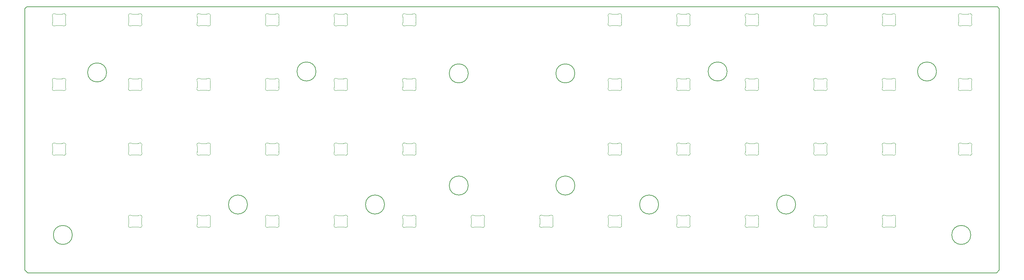
<source format=gbr>
%TF.GenerationSoftware,KiCad,Pcbnew,(6.0.7)*%
%TF.CreationDate,2022-09-18T11:37:26+07:00*%
%TF.ProjectId,Naked48,4e616b65-6434-4382-9e6b-696361645f70,rev?*%
%TF.SameCoordinates,Original*%
%TF.FileFunction,Profile,NP*%
%FSLAX46Y46*%
G04 Gerber Fmt 4.6, Leading zero omitted, Abs format (unit mm)*
G04 Created by KiCad (PCBNEW (6.0.7)) date 2022-09-18 11:37:26*
%MOMM*%
%LPD*%
G01*
G04 APERTURE LIST*
%TA.AperFunction,Profile*%
%ADD10C,0.200000*%
%TD*%
%TA.AperFunction,Profile*%
%ADD11C,0.100000*%
%TD*%
G04 APERTURE END LIST*
D10*
X159500034Y-36080000D02*
G75*
G03*
X159500034Y-36080000I-2500000J0D01*
G01*
X159500034Y-65580000D02*
G75*
G03*
X159500034Y-65580000I-2500000J0D01*
G01*
X15499999Y-18580000D02*
X270500000Y-18580000D01*
X270500000Y-18580000D02*
X271000000Y-19080000D01*
X131499999Y-65580000D02*
G75*
G03*
X131499999Y-65580000I-2500000J0D01*
G01*
X131499999Y-36080000D02*
G75*
G03*
X131499999Y-36080000I-2500000J0D01*
G01*
X217500000Y-70580000D02*
G75*
G03*
X217500000Y-70580000I-2500000J0D01*
G01*
X271000000Y-87830000D02*
X270250000Y-88580000D01*
X15000000Y-19080000D02*
X15499999Y-18580000D01*
X15750000Y-88580000D02*
X15000000Y-87830000D01*
X36500000Y-35830000D02*
G75*
G03*
X36500000Y-35830000I-2500000J0D01*
G01*
X109500000Y-70580000D02*
G75*
G03*
X109500000Y-70580000I-2500000J0D01*
G01*
X199500000Y-35580000D02*
G75*
G03*
X199500000Y-35580000I-2500000J0D01*
G01*
X73500000Y-70580000D02*
G75*
G03*
X73500000Y-70580000I-2500000J0D01*
G01*
X267250000Y-88580000D02*
X15750000Y-88580000D01*
X271000000Y-19080000D02*
X271000000Y-87830000D01*
X181500000Y-70580000D02*
G75*
G03*
X181500000Y-70580000I-2500000J0D01*
G01*
X254500000Y-35580000D02*
G75*
G03*
X254500000Y-35580000I-2500000J0D01*
G01*
X263500000Y-78580000D02*
G75*
G03*
X263500000Y-78580000I-2500000J0D01*
G01*
X91499999Y-35580000D02*
G75*
G03*
X91499999Y-35580000I-2499999J0D01*
G01*
X15000000Y-87830000D02*
X15000000Y-19080000D01*
X270250000Y-88580000D02*
X267250000Y-88580000D01*
X27500000Y-78580000D02*
G75*
G03*
X27500000Y-78580000I-2500000J0D01*
G01*
D11*
%TO.C,RGB1*%
X25699999Y-21297159D02*
X25699999Y-22702843D01*
X23205548Y-20500001D02*
X24794452Y-20500001D01*
X24794452Y-23500000D02*
X23205547Y-23500000D01*
X22300001Y-22702843D02*
X22300001Y-21297159D01*
X22300015Y-21297159D02*
G75*
G03*
X22250516Y-21080281I-499615J59D01*
G01*
X22953289Y-20431702D02*
G75*
G03*
X23205548Y-20500001I252261J431712D01*
G01*
X22953289Y-20431702D02*
G75*
G03*
X22250516Y-21080282I-252259J-431700D01*
G01*
X22250517Y-22919722D02*
G75*
G03*
X22300001Y-22702844I-450497J216872D01*
G01*
X25046711Y-23568300D02*
G75*
G03*
X25749484Y-22919721I252258J431701D01*
G01*
X25699999Y-22702843D02*
G75*
G03*
X25749484Y-22919721I499990J-2D01*
G01*
X25749484Y-21080281D02*
G75*
G03*
X25699999Y-21297158I450505J-216876D01*
G01*
X25749484Y-21080281D02*
G75*
G03*
X25046711Y-20431704I-450515J216877D01*
G01*
X24794452Y-20500001D02*
G75*
G03*
X25046710Y-20431702I-3J500009D01*
G01*
X22250516Y-22919721D02*
G75*
G03*
X22953289Y-23568299I450514J-216879D01*
G01*
X25046711Y-23568300D02*
G75*
G03*
X24794453Y-23500001I-252261J-431710D01*
G01*
X23205547Y-23500000D02*
G75*
G03*
X22953289Y-23568299I3J-500010D01*
G01*
%TO.C,RGB2*%
X22300001Y-39702843D02*
X22300001Y-38297159D01*
X25699999Y-38297159D02*
X25699999Y-39702843D01*
X23205548Y-37500001D02*
X24794452Y-37500001D01*
X24794452Y-40500000D02*
X23205547Y-40500000D01*
X25749484Y-38080281D02*
G75*
G03*
X25046711Y-37431704I-450515J216877D01*
G01*
X25749484Y-38080281D02*
G75*
G03*
X25699999Y-38297158I450505J-216876D01*
G01*
X22953289Y-37431702D02*
G75*
G03*
X22250516Y-38080282I-252259J-431700D01*
G01*
X22250517Y-39919722D02*
G75*
G03*
X22300001Y-39702844I-450497J216872D01*
G01*
X25046711Y-40568300D02*
G75*
G03*
X24794453Y-40500001I-252261J-431710D01*
G01*
X24794452Y-37500001D02*
G75*
G03*
X25046710Y-37431702I-3J500009D01*
G01*
X22250516Y-39919721D02*
G75*
G03*
X22953289Y-40568299I450514J-216879D01*
G01*
X22953289Y-37431702D02*
G75*
G03*
X23205548Y-37500001I252261J431712D01*
G01*
X25046711Y-40568300D02*
G75*
G03*
X25749484Y-39919721I252258J431701D01*
G01*
X22300015Y-38297159D02*
G75*
G03*
X22250516Y-38080281I-499615J59D01*
G01*
X23205547Y-40500000D02*
G75*
G03*
X22953289Y-40568299I3J-500010D01*
G01*
X25699999Y-39702843D02*
G75*
G03*
X25749484Y-39919721I499990J-2D01*
G01*
%TO.C,RGB3*%
X24794452Y-57500000D02*
X23205547Y-57500000D01*
X25699999Y-55297159D02*
X25699999Y-56702843D01*
X23205548Y-54500001D02*
X24794452Y-54500001D01*
X22300001Y-56702843D02*
X22300001Y-55297159D01*
X25699999Y-56702843D02*
G75*
G03*
X25749484Y-56919721I499990J-2D01*
G01*
X23205547Y-57500000D02*
G75*
G03*
X22953289Y-57568299I3J-500010D01*
G01*
X22300015Y-55297159D02*
G75*
G03*
X22250516Y-55080281I-499615J59D01*
G01*
X25046711Y-57568300D02*
G75*
G03*
X25749484Y-56919721I252258J431701D01*
G01*
X22953289Y-54431702D02*
G75*
G03*
X22250516Y-55080282I-252259J-431700D01*
G01*
X25046711Y-57568300D02*
G75*
G03*
X24794453Y-57500001I-252261J-431710D01*
G01*
X24794452Y-54500001D02*
G75*
G03*
X25046710Y-54431702I-3J500009D01*
G01*
X22250517Y-56919722D02*
G75*
G03*
X22300001Y-56702844I-450497J216872D01*
G01*
X22250516Y-56919721D02*
G75*
G03*
X22953289Y-57568299I450514J-216879D01*
G01*
X25749484Y-55080281D02*
G75*
G03*
X25699999Y-55297158I450505J-216876D01*
G01*
X25749484Y-55080281D02*
G75*
G03*
X25046711Y-54431704I-450515J216877D01*
G01*
X22953289Y-54431702D02*
G75*
G03*
X23205548Y-54500001I252261J431712D01*
G01*
%TO.C,RGB4*%
X42300001Y-75702843D02*
X42300001Y-74297159D01*
X44794452Y-76500000D02*
X43205547Y-76500000D01*
X45699999Y-74297159D02*
X45699999Y-75702843D01*
X43205548Y-73500001D02*
X44794452Y-73500001D01*
X44794452Y-73500001D02*
G75*
G03*
X45046710Y-73431702I-3J500009D01*
G01*
X43205547Y-76500000D02*
G75*
G03*
X42953289Y-76568299I3J-500010D01*
G01*
X45046711Y-76568300D02*
G75*
G03*
X45749484Y-75919721I252258J431701D01*
G01*
X45046711Y-76568300D02*
G75*
G03*
X44794453Y-76500001I-252261J-431710D01*
G01*
X42953289Y-73431702D02*
G75*
G03*
X42250516Y-74080282I-252259J-431700D01*
G01*
X45749484Y-74080281D02*
G75*
G03*
X45699999Y-74297158I450505J-216876D01*
G01*
X45699999Y-75702843D02*
G75*
G03*
X45749484Y-75919721I499990J-2D01*
G01*
X42250517Y-75919722D02*
G75*
G03*
X42300001Y-75702844I-450497J216872D01*
G01*
X45749484Y-74080281D02*
G75*
G03*
X45046711Y-73431704I-450515J216877D01*
G01*
X42250516Y-75919721D02*
G75*
G03*
X42953289Y-76568299I450514J-216879D01*
G01*
X42300015Y-74297159D02*
G75*
G03*
X42250516Y-74080281I-499615J59D01*
G01*
X42953289Y-73431702D02*
G75*
G03*
X43205548Y-73500001I252261J431712D01*
G01*
%TO.C,RGB5*%
X61205548Y-73500001D02*
X62794452Y-73500001D01*
X63699999Y-74297159D02*
X63699999Y-75702843D01*
X60300001Y-75702843D02*
X60300001Y-74297159D01*
X62794452Y-76500000D02*
X61205547Y-76500000D01*
X60250517Y-75919722D02*
G75*
G03*
X60300001Y-75702844I-450497J216872D01*
G01*
X60953289Y-73431702D02*
G75*
G03*
X61205548Y-73500001I252261J431712D01*
G01*
X62794452Y-73500001D02*
G75*
G03*
X63046710Y-73431702I-3J500009D01*
G01*
X63749484Y-74080281D02*
G75*
G03*
X63699999Y-74297158I450505J-216876D01*
G01*
X63699999Y-75702843D02*
G75*
G03*
X63749484Y-75919721I499990J-2D01*
G01*
X61205547Y-76500000D02*
G75*
G03*
X60953289Y-76568299I3J-500010D01*
G01*
X60953289Y-73431702D02*
G75*
G03*
X60250516Y-74080282I-252259J-431700D01*
G01*
X60250516Y-75919721D02*
G75*
G03*
X60953289Y-76568299I450514J-216879D01*
G01*
X63046711Y-76568300D02*
G75*
G03*
X62794453Y-76500001I-252261J-431710D01*
G01*
X60300015Y-74297159D02*
G75*
G03*
X60250516Y-74080281I-499615J59D01*
G01*
X63749484Y-74080281D02*
G75*
G03*
X63046711Y-73431704I-450515J216877D01*
G01*
X63046711Y-76568300D02*
G75*
G03*
X63749484Y-75919721I252258J431701D01*
G01*
%TO.C,RGB6*%
X78300001Y-75702843D02*
X78300001Y-74297159D01*
X80794452Y-76500000D02*
X79205547Y-76500000D01*
X81699999Y-74297159D02*
X81699999Y-75702843D01*
X79205548Y-73500001D02*
X80794452Y-73500001D01*
X78250517Y-75919722D02*
G75*
G03*
X78300001Y-75702844I-450497J216872D01*
G01*
X79205547Y-76500000D02*
G75*
G03*
X78953289Y-76568299I3J-500010D01*
G01*
X81749484Y-74080281D02*
G75*
G03*
X81046711Y-73431704I-450515J216877D01*
G01*
X81046711Y-76568300D02*
G75*
G03*
X81749484Y-75919721I252258J431701D01*
G01*
X78953289Y-73431702D02*
G75*
G03*
X79205548Y-73500001I252261J431712D01*
G01*
X80794452Y-73500001D02*
G75*
G03*
X81046710Y-73431702I-3J500009D01*
G01*
X78953289Y-73431702D02*
G75*
G03*
X78250516Y-74080282I-252259J-431700D01*
G01*
X78300015Y-74297159D02*
G75*
G03*
X78250516Y-74080281I-499615J59D01*
G01*
X81699999Y-75702843D02*
G75*
G03*
X81749484Y-75919721I499990J-2D01*
G01*
X78250516Y-75919721D02*
G75*
G03*
X78953289Y-76568299I450514J-216879D01*
G01*
X81749484Y-74080281D02*
G75*
G03*
X81699999Y-74297158I450505J-216876D01*
G01*
X81046711Y-76568300D02*
G75*
G03*
X80794453Y-76500001I-252261J-431710D01*
G01*
%TO.C,RGB7*%
X99699999Y-74297159D02*
X99699999Y-75702843D01*
X97205548Y-73500001D02*
X98794452Y-73500001D01*
X98794452Y-76500000D02*
X97205547Y-76500000D01*
X96300001Y-75702843D02*
X96300001Y-74297159D01*
X96953289Y-73431702D02*
G75*
G03*
X96250516Y-74080282I-252259J-431700D01*
G01*
X99046711Y-76568300D02*
G75*
G03*
X99749484Y-75919721I252258J431701D01*
G01*
X96250516Y-75919721D02*
G75*
G03*
X96953289Y-76568299I450514J-216879D01*
G01*
X96300015Y-74297159D02*
G75*
G03*
X96250516Y-74080281I-499615J59D01*
G01*
X96953289Y-73431702D02*
G75*
G03*
X97205548Y-73500001I252261J431712D01*
G01*
X99046711Y-76568300D02*
G75*
G03*
X98794453Y-76500001I-252261J-431710D01*
G01*
X99749484Y-74080281D02*
G75*
G03*
X99699999Y-74297158I450505J-216876D01*
G01*
X98794452Y-73500001D02*
G75*
G03*
X99046710Y-73431702I-3J500009D01*
G01*
X96250517Y-75919722D02*
G75*
G03*
X96300001Y-75702844I-450497J216872D01*
G01*
X97205547Y-76500000D02*
G75*
G03*
X96953289Y-76568299I3J-500010D01*
G01*
X99699999Y-75702843D02*
G75*
G03*
X99749484Y-75919721I499990J-2D01*
G01*
X99749484Y-74080281D02*
G75*
G03*
X99046711Y-73431704I-450515J216877D01*
G01*
%TO.C,RGB8*%
X117699999Y-74297159D02*
X117699999Y-75702843D01*
X114300001Y-75702843D02*
X114300001Y-74297159D01*
X115205548Y-73500001D02*
X116794452Y-73500001D01*
X116794452Y-76500000D02*
X115205547Y-76500000D01*
X115205547Y-76500000D02*
G75*
G03*
X114953289Y-76568299I3J-500010D01*
G01*
X116794452Y-73500001D02*
G75*
G03*
X117046710Y-73431702I-3J500009D01*
G01*
X114300015Y-74297159D02*
G75*
G03*
X114250516Y-74080281I-499615J59D01*
G01*
X117046711Y-76568300D02*
G75*
G03*
X117749484Y-75919721I252258J431701D01*
G01*
X114250517Y-75919722D02*
G75*
G03*
X114300001Y-75702844I-450497J216872D01*
G01*
X114953289Y-73431702D02*
G75*
G03*
X115205548Y-73500001I252261J431712D01*
G01*
X117046711Y-76568300D02*
G75*
G03*
X116794453Y-76500001I-252261J-431710D01*
G01*
X117699999Y-75702843D02*
G75*
G03*
X117749484Y-75919721I499990J-2D01*
G01*
X114250516Y-75919721D02*
G75*
G03*
X114953289Y-76568299I450514J-216879D01*
G01*
X117749484Y-74080281D02*
G75*
G03*
X117699999Y-74297158I450505J-216876D01*
G01*
X114953289Y-73431702D02*
G75*
G03*
X114250516Y-74080282I-252259J-431700D01*
G01*
X117749484Y-74080281D02*
G75*
G03*
X117046711Y-73431704I-450515J216877D01*
G01*
%TO.C,RGB36*%
X43205548Y-37500001D02*
X44794452Y-37500001D01*
X42300001Y-39702843D02*
X42300001Y-38297159D01*
X44794452Y-40500000D02*
X43205547Y-40500000D01*
X45699999Y-38297159D02*
X45699999Y-39702843D01*
X42250517Y-39919722D02*
G75*
G03*
X42300001Y-39702844I-450497J216872D01*
G01*
X42953289Y-37431702D02*
G75*
G03*
X43205548Y-37500001I252261J431712D01*
G01*
X43205547Y-40500000D02*
G75*
G03*
X42953289Y-40568299I3J-500010D01*
G01*
X45749484Y-38080281D02*
G75*
G03*
X45699999Y-38297158I450505J-216876D01*
G01*
X45749484Y-38080281D02*
G75*
G03*
X45046711Y-37431704I-450515J216877D01*
G01*
X45699999Y-39702843D02*
G75*
G03*
X45749484Y-39919721I499990J-2D01*
G01*
X45046711Y-40568300D02*
G75*
G03*
X44794453Y-40500001I-252261J-431710D01*
G01*
X42300015Y-38297159D02*
G75*
G03*
X42250516Y-38080281I-499615J59D01*
G01*
X45046711Y-40568300D02*
G75*
G03*
X45749484Y-39919721I252258J431701D01*
G01*
X44794452Y-37500001D02*
G75*
G03*
X45046710Y-37431702I-3J500009D01*
G01*
X42250516Y-39919721D02*
G75*
G03*
X42953289Y-40568299I450514J-216879D01*
G01*
X42953289Y-37431702D02*
G75*
G03*
X42250516Y-38080282I-252259J-431700D01*
G01*
%TO.C,RGB38*%
X44794452Y-57500000D02*
X43205547Y-57500000D01*
X43205548Y-54500001D02*
X44794452Y-54500001D01*
X42300001Y-56702843D02*
X42300001Y-55297159D01*
X45699999Y-55297159D02*
X45699999Y-56702843D01*
X43205547Y-57500000D02*
G75*
G03*
X42953289Y-57568299I3J-500010D01*
G01*
X45699999Y-56702843D02*
G75*
G03*
X45749484Y-56919721I499990J-2D01*
G01*
X45749484Y-55080281D02*
G75*
G03*
X45046711Y-54431704I-450515J216877D01*
G01*
X42953289Y-54431702D02*
G75*
G03*
X43205548Y-54500001I252261J431712D01*
G01*
X42953289Y-54431702D02*
G75*
G03*
X42250516Y-55080282I-252259J-431700D01*
G01*
X42250516Y-56919721D02*
G75*
G03*
X42953289Y-57568299I450514J-216879D01*
G01*
X45749484Y-55080281D02*
G75*
G03*
X45699999Y-55297158I450505J-216876D01*
G01*
X42300015Y-55297159D02*
G75*
G03*
X42250516Y-55080281I-499615J59D01*
G01*
X42250517Y-56919722D02*
G75*
G03*
X42300001Y-56702844I-450497J216872D01*
G01*
X44794452Y-54500001D02*
G75*
G03*
X45046710Y-54431702I-3J500009D01*
G01*
X45046711Y-57568300D02*
G75*
G03*
X44794453Y-57500001I-252261J-431710D01*
G01*
X45046711Y-57568300D02*
G75*
G03*
X45749484Y-56919721I252258J431701D01*
G01*
%TO.C,RGB9*%
X263699999Y-55297159D02*
X263699999Y-56702843D01*
X261205548Y-54500001D02*
X262794452Y-54500001D01*
X260300001Y-56702843D02*
X260300001Y-55297159D01*
X262794452Y-57500000D02*
X261205547Y-57500000D01*
X263749484Y-55080281D02*
G75*
G03*
X263046711Y-54431704I-450515J216877D01*
G01*
X260953289Y-54431702D02*
G75*
G03*
X261205548Y-54500001I252261J431712D01*
G01*
X263749484Y-55080281D02*
G75*
G03*
X263699999Y-55297158I450505J-216876D01*
G01*
X260300015Y-55297159D02*
G75*
G03*
X260250516Y-55080281I-499615J59D01*
G01*
X263046711Y-57568300D02*
G75*
G03*
X263749484Y-56919721I252258J431701D01*
G01*
X260250517Y-56919722D02*
G75*
G03*
X260300001Y-56702844I-450497J216872D01*
G01*
X262794452Y-54500001D02*
G75*
G03*
X263046710Y-54431702I-3J500009D01*
G01*
X263699999Y-56702843D02*
G75*
G03*
X263749484Y-56919721I499990J-2D01*
G01*
X260250516Y-56919721D02*
G75*
G03*
X260953289Y-57568299I450514J-216879D01*
G01*
X260953289Y-54431702D02*
G75*
G03*
X260250516Y-55080282I-252259J-431700D01*
G01*
X261205547Y-57500000D02*
G75*
G03*
X260953289Y-57568299I3J-500010D01*
G01*
X263046711Y-57568300D02*
G75*
G03*
X262794453Y-57500001I-252261J-431710D01*
G01*
%TO.C,RGB10*%
X241205548Y-73500001D02*
X242794452Y-73500001D01*
X240300001Y-75702843D02*
X240300001Y-74297159D01*
X242794452Y-76500000D02*
X241205547Y-76500000D01*
X243699999Y-74297159D02*
X243699999Y-75702843D01*
X243046711Y-76568300D02*
G75*
G03*
X242794453Y-76500001I-252261J-431710D01*
G01*
X242794452Y-73500001D02*
G75*
G03*
X243046710Y-73431702I-3J500009D01*
G01*
X240953289Y-73431702D02*
G75*
G03*
X241205548Y-73500001I252261J431712D01*
G01*
X240250517Y-75919722D02*
G75*
G03*
X240300001Y-75702844I-450497J216872D01*
G01*
X243699999Y-75702843D02*
G75*
G03*
X243749484Y-75919721I499990J-2D01*
G01*
X240953289Y-73431702D02*
G75*
G03*
X240250516Y-74080282I-252259J-431700D01*
G01*
X241205547Y-76500000D02*
G75*
G03*
X240953289Y-76568299I3J-500010D01*
G01*
X243046711Y-76568300D02*
G75*
G03*
X243749484Y-75919721I252258J431701D01*
G01*
X240250516Y-75919721D02*
G75*
G03*
X240953289Y-76568299I450514J-216879D01*
G01*
X243749484Y-74080281D02*
G75*
G03*
X243046711Y-73431704I-450515J216877D01*
G01*
X240300015Y-74297159D02*
G75*
G03*
X240250516Y-74080281I-499615J59D01*
G01*
X243749484Y-74080281D02*
G75*
G03*
X243699999Y-74297158I450505J-216876D01*
G01*
%TO.C,RGB11*%
X223205548Y-73500001D02*
X224794452Y-73500001D01*
X222300001Y-75702843D02*
X222300001Y-74297159D01*
X225699999Y-74297159D02*
X225699999Y-75702843D01*
X224794452Y-76500000D02*
X223205547Y-76500000D01*
X222953289Y-73431702D02*
G75*
G03*
X223205548Y-73500001I252261J431712D01*
G01*
X225699999Y-75702843D02*
G75*
G03*
X225749484Y-75919721I499990J-2D01*
G01*
X225749484Y-74080281D02*
G75*
G03*
X225046711Y-73431704I-450515J216877D01*
G01*
X222953289Y-73431702D02*
G75*
G03*
X222250516Y-74080282I-252259J-431700D01*
G01*
X225749484Y-74080281D02*
G75*
G03*
X225699999Y-74297158I450505J-216876D01*
G01*
X225046711Y-76568300D02*
G75*
G03*
X225749484Y-75919721I252258J431701D01*
G01*
X223205547Y-76500000D02*
G75*
G03*
X222953289Y-76568299I3J-500010D01*
G01*
X222250517Y-75919722D02*
G75*
G03*
X222300001Y-75702844I-450497J216872D01*
G01*
X224794452Y-73500001D02*
G75*
G03*
X225046710Y-73431702I-3J500009D01*
G01*
X222300015Y-74297159D02*
G75*
G03*
X222250516Y-74080281I-499615J59D01*
G01*
X222250516Y-75919721D02*
G75*
G03*
X222953289Y-76568299I450514J-216879D01*
G01*
X225046711Y-76568300D02*
G75*
G03*
X224794453Y-76500001I-252261J-431710D01*
G01*
%TO.C,RGB12*%
X207699999Y-74297159D02*
X207699999Y-75702843D01*
X206794452Y-76500000D02*
X205205547Y-76500000D01*
X204300001Y-75702843D02*
X204300001Y-74297159D01*
X205205548Y-73500001D02*
X206794452Y-73500001D01*
X204953289Y-73431702D02*
G75*
G03*
X205205548Y-73500001I252261J431712D01*
G01*
X207749484Y-74080281D02*
G75*
G03*
X207699999Y-74297158I450505J-216876D01*
G01*
X204300015Y-74297159D02*
G75*
G03*
X204250516Y-74080281I-499615J59D01*
G01*
X204953289Y-73431702D02*
G75*
G03*
X204250516Y-74080282I-252259J-431700D01*
G01*
X206794452Y-73500001D02*
G75*
G03*
X207046710Y-73431702I-3J500009D01*
G01*
X204250516Y-75919721D02*
G75*
G03*
X204953289Y-76568299I450514J-216879D01*
G01*
X207749484Y-74080281D02*
G75*
G03*
X207046711Y-73431704I-450515J216877D01*
G01*
X205205547Y-76500000D02*
G75*
G03*
X204953289Y-76568299I3J-500010D01*
G01*
X207046711Y-76568300D02*
G75*
G03*
X207749484Y-75919721I252258J431701D01*
G01*
X207046711Y-76568300D02*
G75*
G03*
X206794453Y-76500001I-252261J-431710D01*
G01*
X204250517Y-75919722D02*
G75*
G03*
X204300001Y-75702844I-450497J216872D01*
G01*
X207699999Y-75702843D02*
G75*
G03*
X207749484Y-75919721I499990J-2D01*
G01*
%TO.C,RGB13*%
X186300001Y-75702843D02*
X186300001Y-74297159D01*
X189699999Y-74297159D02*
X189699999Y-75702843D01*
X187205548Y-73500001D02*
X188794452Y-73500001D01*
X188794452Y-76500000D02*
X187205547Y-76500000D01*
X189046711Y-76568300D02*
G75*
G03*
X189749484Y-75919721I252258J431701D01*
G01*
X189046711Y-76568300D02*
G75*
G03*
X188794453Y-76500001I-252261J-431710D01*
G01*
X186300015Y-74297159D02*
G75*
G03*
X186250516Y-74080281I-499615J59D01*
G01*
X186250517Y-75919722D02*
G75*
G03*
X186300001Y-75702844I-450497J216872D01*
G01*
X189749484Y-74080281D02*
G75*
G03*
X189046711Y-73431704I-450515J216877D01*
G01*
X189699999Y-75702843D02*
G75*
G03*
X189749484Y-75919721I499990J-2D01*
G01*
X186953289Y-73431702D02*
G75*
G03*
X186250516Y-74080282I-252259J-431700D01*
G01*
X186953289Y-73431702D02*
G75*
G03*
X187205548Y-73500001I252261J431712D01*
G01*
X187205547Y-76500000D02*
G75*
G03*
X186953289Y-76568299I3J-500010D01*
G01*
X188794452Y-73500001D02*
G75*
G03*
X189046710Y-73431702I-3J500009D01*
G01*
X186250516Y-75919721D02*
G75*
G03*
X186953289Y-76568299I450514J-216879D01*
G01*
X189749484Y-74080281D02*
G75*
G03*
X189699999Y-74297158I450505J-216876D01*
G01*
%TO.C,RGB14*%
X169205548Y-73500001D02*
X170794452Y-73500001D01*
X171699999Y-74297159D02*
X171699999Y-75702843D01*
X170794452Y-76500000D02*
X169205547Y-76500000D01*
X168300001Y-75702843D02*
X168300001Y-74297159D01*
X171699999Y-75702843D02*
G75*
G03*
X171749484Y-75919721I499990J-2D01*
G01*
X171046711Y-76568300D02*
G75*
G03*
X170794453Y-76500001I-252261J-431710D01*
G01*
X168250516Y-75919721D02*
G75*
G03*
X168953289Y-76568299I450514J-216879D01*
G01*
X169205547Y-76500000D02*
G75*
G03*
X168953289Y-76568299I3J-500010D01*
G01*
X171749484Y-74080281D02*
G75*
G03*
X171046711Y-73431704I-450515J216877D01*
G01*
X171749484Y-74080281D02*
G75*
G03*
X171699999Y-74297158I450505J-216876D01*
G01*
X168953289Y-73431702D02*
G75*
G03*
X168250516Y-74080282I-252259J-431700D01*
G01*
X168953289Y-73431702D02*
G75*
G03*
X169205548Y-73500001I252261J431712D01*
G01*
X171046711Y-76568300D02*
G75*
G03*
X171749484Y-75919721I252258J431701D01*
G01*
X170794452Y-73500001D02*
G75*
G03*
X171046710Y-73431702I-3J500009D01*
G01*
X168300015Y-74297159D02*
G75*
G03*
X168250516Y-74080281I-499615J59D01*
G01*
X168250517Y-75919722D02*
G75*
G03*
X168300001Y-75702844I-450497J216872D01*
G01*
%TO.C,RGB15*%
X152794452Y-76500000D02*
X151205547Y-76500000D01*
X153699999Y-74297159D02*
X153699999Y-75702843D01*
X150300001Y-75702843D02*
X150300001Y-74297159D01*
X151205548Y-73500001D02*
X152794452Y-73500001D01*
X150300015Y-74297159D02*
G75*
G03*
X150250516Y-74080281I-499615J59D01*
G01*
X153046711Y-76568300D02*
G75*
G03*
X152794453Y-76500001I-252261J-431710D01*
G01*
X150953289Y-73431702D02*
G75*
G03*
X151205548Y-73500001I252261J431712D01*
G01*
X153749484Y-74080281D02*
G75*
G03*
X153699999Y-74297158I450505J-216876D01*
G01*
X150250517Y-75919722D02*
G75*
G03*
X150300001Y-75702844I-450497J216872D01*
G01*
X150250516Y-75919721D02*
G75*
G03*
X150953289Y-76568299I450514J-216879D01*
G01*
X153749484Y-74080281D02*
G75*
G03*
X153046711Y-73431704I-450515J216877D01*
G01*
X150953289Y-73431702D02*
G75*
G03*
X150250516Y-74080282I-252259J-431700D01*
G01*
X151205547Y-76500000D02*
G75*
G03*
X150953289Y-76568299I3J-500010D01*
G01*
X152794452Y-73500001D02*
G75*
G03*
X153046710Y-73431702I-3J500009D01*
G01*
X153699999Y-75702843D02*
G75*
G03*
X153749484Y-75919721I499990J-2D01*
G01*
X153046711Y-76568300D02*
G75*
G03*
X153749484Y-75919721I252258J431701D01*
G01*
%TO.C,RGB16*%
X132300001Y-75702843D02*
X132300001Y-74297159D01*
X135699999Y-74297159D02*
X135699999Y-75702843D01*
X134794452Y-76500000D02*
X133205547Y-76500000D01*
X133205548Y-73500001D02*
X134794452Y-73500001D01*
X135046711Y-76568300D02*
G75*
G03*
X134794453Y-76500001I-252261J-431710D01*
G01*
X135699999Y-75702843D02*
G75*
G03*
X135749484Y-75919721I499990J-2D01*
G01*
X134794452Y-73500001D02*
G75*
G03*
X135046710Y-73431702I-3J500009D01*
G01*
X135749484Y-74080281D02*
G75*
G03*
X135046711Y-73431704I-450515J216877D01*
G01*
X132953289Y-73431702D02*
G75*
G03*
X133205548Y-73500001I252261J431712D01*
G01*
X135749484Y-74080281D02*
G75*
G03*
X135699999Y-74297158I450505J-216876D01*
G01*
X132300015Y-74297159D02*
G75*
G03*
X132250516Y-74080281I-499615J59D01*
G01*
X133205547Y-76500000D02*
G75*
G03*
X132953289Y-76568299I3J-500010D01*
G01*
X135046711Y-76568300D02*
G75*
G03*
X135749484Y-75919721I252258J431701D01*
G01*
X132250517Y-75919722D02*
G75*
G03*
X132300001Y-75702844I-450497J216872D01*
G01*
X132250516Y-75919721D02*
G75*
G03*
X132953289Y-76568299I450514J-216879D01*
G01*
X132953289Y-73431702D02*
G75*
G03*
X132250516Y-74080282I-252259J-431700D01*
G01*
%TO.C,RGB17*%
X262794452Y-40500000D02*
X261205547Y-40500000D01*
X261205548Y-37500001D02*
X262794452Y-37500001D01*
X263699999Y-38297159D02*
X263699999Y-39702843D01*
X260300001Y-39702843D02*
X260300001Y-38297159D01*
X260953289Y-37431702D02*
G75*
G03*
X261205548Y-37500001I252261J431712D01*
G01*
X263046711Y-40568300D02*
G75*
G03*
X262794453Y-40500001I-252261J-431710D01*
G01*
X261205547Y-40500000D02*
G75*
G03*
X260953289Y-40568299I3J-500010D01*
G01*
X263749484Y-38080281D02*
G75*
G03*
X263046711Y-37431704I-450515J216877D01*
G01*
X260250516Y-39919721D02*
G75*
G03*
X260953289Y-40568299I450514J-216879D01*
G01*
X263046711Y-40568300D02*
G75*
G03*
X263749484Y-39919721I252258J431701D01*
G01*
X263749484Y-38080281D02*
G75*
G03*
X263699999Y-38297158I450505J-216876D01*
G01*
X260953289Y-37431702D02*
G75*
G03*
X260250516Y-38080282I-252259J-431700D01*
G01*
X263699999Y-39702843D02*
G75*
G03*
X263749484Y-39919721I499990J-2D01*
G01*
X262794452Y-37500001D02*
G75*
G03*
X263046710Y-37431702I-3J500009D01*
G01*
X260250517Y-39919722D02*
G75*
G03*
X260300001Y-39702844I-450497J216872D01*
G01*
X260300015Y-38297159D02*
G75*
G03*
X260250516Y-38080281I-499615J59D01*
G01*
%TO.C,RGB18*%
X170794452Y-40500000D02*
X169205547Y-40500000D01*
X169205548Y-37500001D02*
X170794452Y-37500001D01*
X168300001Y-39702843D02*
X168300001Y-38297159D01*
X171699999Y-38297159D02*
X171699999Y-39702843D01*
X168250517Y-39919722D02*
G75*
G03*
X168300001Y-39702844I-450497J216872D01*
G01*
X171046711Y-40568300D02*
G75*
G03*
X171749484Y-39919721I252258J431701D01*
G01*
X171749484Y-38080281D02*
G75*
G03*
X171046711Y-37431704I-450515J216877D01*
G01*
X170794452Y-37500001D02*
G75*
G03*
X171046710Y-37431702I-3J500009D01*
G01*
X171699999Y-39702843D02*
G75*
G03*
X171749484Y-39919721I499990J-2D01*
G01*
X168953289Y-37431702D02*
G75*
G03*
X168250516Y-38080282I-252259J-431700D01*
G01*
X171749484Y-38080281D02*
G75*
G03*
X171699999Y-38297158I450505J-216876D01*
G01*
X168300015Y-38297159D02*
G75*
G03*
X168250516Y-38080281I-499615J59D01*
G01*
X169205547Y-40500000D02*
G75*
G03*
X168953289Y-40568299I3J-500010D01*
G01*
X168250516Y-39919721D02*
G75*
G03*
X168953289Y-40568299I450514J-216879D01*
G01*
X168953289Y-37431702D02*
G75*
G03*
X169205548Y-37500001I252261J431712D01*
G01*
X171046711Y-40568300D02*
G75*
G03*
X170794453Y-40500001I-252261J-431710D01*
G01*
%TO.C,RGB19*%
X262794452Y-23500000D02*
X261205547Y-23500000D01*
X263699999Y-21297159D02*
X263699999Y-22702843D01*
X261205548Y-20500001D02*
X262794452Y-20500001D01*
X260300001Y-22702843D02*
X260300001Y-21297159D01*
X263699999Y-22702843D02*
G75*
G03*
X263749484Y-22919721I499990J-2D01*
G01*
X260953289Y-20431702D02*
G75*
G03*
X261205548Y-20500001I252261J431712D01*
G01*
X262794452Y-20500001D02*
G75*
G03*
X263046710Y-20431702I-3J500009D01*
G01*
X261205547Y-23500000D02*
G75*
G03*
X260953289Y-23568299I3J-500010D01*
G01*
X260953289Y-20431702D02*
G75*
G03*
X260250516Y-21080282I-252259J-431700D01*
G01*
X260300015Y-21297159D02*
G75*
G03*
X260250516Y-21080281I-499615J59D01*
G01*
X263046711Y-23568300D02*
G75*
G03*
X262794453Y-23500001I-252261J-431710D01*
G01*
X263749484Y-21080281D02*
G75*
G03*
X263046711Y-20431704I-450515J216877D01*
G01*
X260250517Y-22919722D02*
G75*
G03*
X260300001Y-22702844I-450497J216872D01*
G01*
X263749484Y-21080281D02*
G75*
G03*
X263699999Y-21297158I450505J-216876D01*
G01*
X263046711Y-23568300D02*
G75*
G03*
X263749484Y-22919721I252258J431701D01*
G01*
X260250516Y-22919721D02*
G75*
G03*
X260953289Y-23568299I450514J-216879D01*
G01*
%TO.C,RGB20*%
X171699999Y-21297159D02*
X171699999Y-22702843D01*
X170794452Y-23500000D02*
X169205547Y-23500000D01*
X168300001Y-22702843D02*
X168300001Y-21297159D01*
X169205548Y-20500001D02*
X170794452Y-20500001D01*
X168300015Y-21297159D02*
G75*
G03*
X168250516Y-21080281I-499615J59D01*
G01*
X169205547Y-23500000D02*
G75*
G03*
X168953289Y-23568299I3J-500010D01*
G01*
X168953289Y-20431702D02*
G75*
G03*
X168250516Y-21080282I-252259J-431700D01*
G01*
X171699999Y-22702843D02*
G75*
G03*
X171749484Y-22919721I499990J-2D01*
G01*
X171749484Y-21080281D02*
G75*
G03*
X171046711Y-20431704I-450515J216877D01*
G01*
X170794452Y-20500001D02*
G75*
G03*
X171046710Y-20431702I-3J500009D01*
G01*
X171749484Y-21080281D02*
G75*
G03*
X171699999Y-21297158I450505J-216876D01*
G01*
X168250517Y-22919722D02*
G75*
G03*
X168300001Y-22702844I-450497J216872D01*
G01*
X171046711Y-23568300D02*
G75*
G03*
X170794453Y-23500001I-252261J-431710D01*
G01*
X171046711Y-23568300D02*
G75*
G03*
X171749484Y-22919721I252258J431701D01*
G01*
X168953289Y-20431702D02*
G75*
G03*
X169205548Y-20500001I252261J431712D01*
G01*
X168250516Y-22919721D02*
G75*
G03*
X168953289Y-23568299I450514J-216879D01*
G01*
%TO.C,RGB21*%
X241205548Y-20500001D02*
X242794452Y-20500001D01*
X242794452Y-23500000D02*
X241205547Y-23500000D01*
X243699999Y-21297159D02*
X243699999Y-22702843D01*
X240300001Y-22702843D02*
X240300001Y-21297159D01*
X240250516Y-22919721D02*
G75*
G03*
X240953289Y-23568299I450514J-216879D01*
G01*
X242794452Y-20500001D02*
G75*
G03*
X243046710Y-20431702I-3J500009D01*
G01*
X241205547Y-23500000D02*
G75*
G03*
X240953289Y-23568299I3J-500010D01*
G01*
X243046711Y-23568300D02*
G75*
G03*
X242794453Y-23500001I-252261J-431710D01*
G01*
X243749484Y-21080281D02*
G75*
G03*
X243699999Y-21297158I450505J-216876D01*
G01*
X243749484Y-21080281D02*
G75*
G03*
X243046711Y-20431704I-450515J216877D01*
G01*
X243046711Y-23568300D02*
G75*
G03*
X243749484Y-22919721I252258J431701D01*
G01*
X240953289Y-20431702D02*
G75*
G03*
X241205548Y-20500001I252261J431712D01*
G01*
X240250517Y-22919722D02*
G75*
G03*
X240300001Y-22702844I-450497J216872D01*
G01*
X243699999Y-22702843D02*
G75*
G03*
X243749484Y-22919721I499990J-2D01*
G01*
X240300015Y-21297159D02*
G75*
G03*
X240250516Y-21080281I-499615J59D01*
G01*
X240953289Y-20431702D02*
G75*
G03*
X240250516Y-21080282I-252259J-431700D01*
G01*
%TO.C,RGB22*%
X186300001Y-22702843D02*
X186300001Y-21297159D01*
X187205548Y-20500001D02*
X188794452Y-20500001D01*
X189699999Y-21297159D02*
X189699999Y-22702843D01*
X188794452Y-23500000D02*
X187205547Y-23500000D01*
X186953289Y-20431702D02*
G75*
G03*
X186250516Y-21080282I-252259J-431700D01*
G01*
X189749484Y-21080281D02*
G75*
G03*
X189046711Y-20431704I-450515J216877D01*
G01*
X187205547Y-23500000D02*
G75*
G03*
X186953289Y-23568299I3J-500010D01*
G01*
X186250516Y-22919721D02*
G75*
G03*
X186953289Y-23568299I450514J-216879D01*
G01*
X186953289Y-20431702D02*
G75*
G03*
X187205548Y-20500001I252261J431712D01*
G01*
X188794452Y-20500001D02*
G75*
G03*
X189046710Y-20431702I-3J500009D01*
G01*
X186250517Y-22919722D02*
G75*
G03*
X186300001Y-22702844I-450497J216872D01*
G01*
X189046711Y-23568300D02*
G75*
G03*
X188794453Y-23500001I-252261J-431710D01*
G01*
X186300015Y-21297159D02*
G75*
G03*
X186250516Y-21080281I-499615J59D01*
G01*
X189749484Y-21080281D02*
G75*
G03*
X189699999Y-21297158I450505J-216876D01*
G01*
X189699999Y-22702843D02*
G75*
G03*
X189749484Y-22919721I499990J-2D01*
G01*
X189046711Y-23568300D02*
G75*
G03*
X189749484Y-22919721I252258J431701D01*
G01*
%TO.C,RGB23*%
X241205548Y-37500001D02*
X242794452Y-37500001D01*
X242794452Y-40500000D02*
X241205547Y-40500000D01*
X243699999Y-38297159D02*
X243699999Y-39702843D01*
X240300001Y-39702843D02*
X240300001Y-38297159D01*
X240250517Y-39919722D02*
G75*
G03*
X240300001Y-39702844I-450497J216872D01*
G01*
X243046711Y-40568300D02*
G75*
G03*
X242794453Y-40500001I-252261J-431710D01*
G01*
X240250516Y-39919721D02*
G75*
G03*
X240953289Y-40568299I450514J-216879D01*
G01*
X243699999Y-39702843D02*
G75*
G03*
X243749484Y-39919721I499990J-2D01*
G01*
X243749484Y-38080281D02*
G75*
G03*
X243046711Y-37431704I-450515J216877D01*
G01*
X241205547Y-40500000D02*
G75*
G03*
X240953289Y-40568299I3J-500010D01*
G01*
X242794452Y-37500001D02*
G75*
G03*
X243046710Y-37431702I-3J500009D01*
G01*
X243749484Y-38080281D02*
G75*
G03*
X243699999Y-38297158I450505J-216876D01*
G01*
X240953289Y-37431702D02*
G75*
G03*
X240250516Y-38080282I-252259J-431700D01*
G01*
X240953289Y-37431702D02*
G75*
G03*
X241205548Y-37500001I252261J431712D01*
G01*
X243046711Y-40568300D02*
G75*
G03*
X243749484Y-39919721I252258J431701D01*
G01*
X240300015Y-38297159D02*
G75*
G03*
X240250516Y-38080281I-499615J59D01*
G01*
%TO.C,RGB24*%
X188794452Y-40500000D02*
X187205547Y-40500000D01*
X189699999Y-38297159D02*
X189699999Y-39702843D01*
X187205548Y-37500001D02*
X188794452Y-37500001D01*
X186300001Y-39702843D02*
X186300001Y-38297159D01*
X186953289Y-37431702D02*
G75*
G03*
X186250516Y-38080282I-252259J-431700D01*
G01*
X186953289Y-37431702D02*
G75*
G03*
X187205548Y-37500001I252261J431712D01*
G01*
X189046711Y-40568300D02*
G75*
G03*
X188794453Y-40500001I-252261J-431710D01*
G01*
X186250516Y-39919721D02*
G75*
G03*
X186953289Y-40568299I450514J-216879D01*
G01*
X189749484Y-38080281D02*
G75*
G03*
X189046711Y-37431704I-450515J216877D01*
G01*
X188794452Y-37500001D02*
G75*
G03*
X189046710Y-37431702I-3J500009D01*
G01*
X186250517Y-39919722D02*
G75*
G03*
X186300001Y-39702844I-450497J216872D01*
G01*
X189749484Y-38080281D02*
G75*
G03*
X189699999Y-38297158I450505J-216876D01*
G01*
X186300015Y-38297159D02*
G75*
G03*
X186250516Y-38080281I-499615J59D01*
G01*
X187205547Y-40500000D02*
G75*
G03*
X186953289Y-40568299I3J-500010D01*
G01*
X189699999Y-39702843D02*
G75*
G03*
X189749484Y-39919721I499990J-2D01*
G01*
X189046711Y-40568300D02*
G75*
G03*
X189749484Y-39919721I252258J431701D01*
G01*
%TO.C,RGB25*%
X241205548Y-54500001D02*
X242794452Y-54500001D01*
X243699999Y-55297159D02*
X243699999Y-56702843D01*
X240300001Y-56702843D02*
X240300001Y-55297159D01*
X242794452Y-57500000D02*
X241205547Y-57500000D01*
X240953289Y-54431702D02*
G75*
G03*
X240250516Y-55080282I-252259J-431700D01*
G01*
X243749484Y-55080281D02*
G75*
G03*
X243699999Y-55297158I450505J-216876D01*
G01*
X240250517Y-56919722D02*
G75*
G03*
X240300001Y-56702844I-450497J216872D01*
G01*
X242794452Y-54500001D02*
G75*
G03*
X243046710Y-54431702I-3J500009D01*
G01*
X240953289Y-54431702D02*
G75*
G03*
X241205548Y-54500001I252261J431712D01*
G01*
X243749484Y-55080281D02*
G75*
G03*
X243046711Y-54431704I-450515J216877D01*
G01*
X241205547Y-57500000D02*
G75*
G03*
X240953289Y-57568299I3J-500010D01*
G01*
X243046711Y-57568300D02*
G75*
G03*
X243749484Y-56919721I252258J431701D01*
G01*
X243699999Y-56702843D02*
G75*
G03*
X243749484Y-56919721I499990J-2D01*
G01*
X240300015Y-55297159D02*
G75*
G03*
X240250516Y-55080281I-499615J59D01*
G01*
X240250516Y-56919721D02*
G75*
G03*
X240953289Y-57568299I450514J-216879D01*
G01*
X243046711Y-57568300D02*
G75*
G03*
X242794453Y-57500001I-252261J-431710D01*
G01*
%TO.C,RGB26*%
X189699999Y-55297159D02*
X189699999Y-56702843D01*
X186300001Y-56702843D02*
X186300001Y-55297159D01*
X188794452Y-57500000D02*
X187205547Y-57500000D01*
X187205548Y-54500001D02*
X188794452Y-54500001D01*
X189046711Y-57568300D02*
G75*
G03*
X189749484Y-56919721I252258J431701D01*
G01*
X188794452Y-54500001D02*
G75*
G03*
X189046710Y-54431702I-3J500009D01*
G01*
X186250516Y-56919721D02*
G75*
G03*
X186953289Y-57568299I450514J-216879D01*
G01*
X187205547Y-57500000D02*
G75*
G03*
X186953289Y-57568299I3J-500010D01*
G01*
X186250517Y-56919722D02*
G75*
G03*
X186300001Y-56702844I-450497J216872D01*
G01*
X186953289Y-54431702D02*
G75*
G03*
X187205548Y-54500001I252261J431712D01*
G01*
X186953289Y-54431702D02*
G75*
G03*
X186250516Y-55080282I-252259J-431700D01*
G01*
X189749484Y-55080281D02*
G75*
G03*
X189046711Y-54431704I-450515J216877D01*
G01*
X189749484Y-55080281D02*
G75*
G03*
X189699999Y-55297158I450505J-216876D01*
G01*
X189046711Y-57568300D02*
G75*
G03*
X188794453Y-57500001I-252261J-431710D01*
G01*
X189699999Y-56702843D02*
G75*
G03*
X189749484Y-56919721I499990J-2D01*
G01*
X186300015Y-55297159D02*
G75*
G03*
X186250516Y-55080281I-499615J59D01*
G01*
%TO.C,RGB27*%
X223205548Y-54500001D02*
X224794452Y-54500001D01*
X222300001Y-56702843D02*
X222300001Y-55297159D01*
X224794452Y-57500000D02*
X223205547Y-57500000D01*
X225699999Y-55297159D02*
X225699999Y-56702843D01*
X224794452Y-54500001D02*
G75*
G03*
X225046710Y-54431702I-3J500009D01*
G01*
X223205547Y-57500000D02*
G75*
G03*
X222953289Y-57568299I3J-500010D01*
G01*
X225046711Y-57568300D02*
G75*
G03*
X225749484Y-56919721I252258J431701D01*
G01*
X222250517Y-56919722D02*
G75*
G03*
X222300001Y-56702844I-450497J216872D01*
G01*
X222250516Y-56919721D02*
G75*
G03*
X222953289Y-57568299I450514J-216879D01*
G01*
X225046711Y-57568300D02*
G75*
G03*
X224794453Y-57500001I-252261J-431710D01*
G01*
X225699999Y-56702843D02*
G75*
G03*
X225749484Y-56919721I499990J-2D01*
G01*
X225749484Y-55080281D02*
G75*
G03*
X225046711Y-54431704I-450515J216877D01*
G01*
X225749484Y-55080281D02*
G75*
G03*
X225699999Y-55297158I450505J-216876D01*
G01*
X222300015Y-55297159D02*
G75*
G03*
X222250516Y-55080281I-499615J59D01*
G01*
X222953289Y-54431702D02*
G75*
G03*
X222250516Y-55080282I-252259J-431700D01*
G01*
X222953289Y-54431702D02*
G75*
G03*
X223205548Y-54500001I252261J431712D01*
G01*
%TO.C,RGB28*%
X204300001Y-56702843D02*
X204300001Y-55297159D01*
X207699999Y-55297159D02*
X207699999Y-56702843D01*
X206794452Y-57500000D02*
X205205547Y-57500000D01*
X205205548Y-54500001D02*
X206794452Y-54500001D01*
X204300015Y-55297159D02*
G75*
G03*
X204250516Y-55080281I-499615J59D01*
G01*
X206794452Y-54500001D02*
G75*
G03*
X207046710Y-54431702I-3J500009D01*
G01*
X204250516Y-56919721D02*
G75*
G03*
X204953289Y-57568299I450514J-216879D01*
G01*
X204953289Y-54431702D02*
G75*
G03*
X204250516Y-55080282I-252259J-431700D01*
G01*
X207046711Y-57568300D02*
G75*
G03*
X206794453Y-57500001I-252261J-431710D01*
G01*
X204250517Y-56919722D02*
G75*
G03*
X204300001Y-56702844I-450497J216872D01*
G01*
X207699999Y-56702843D02*
G75*
G03*
X207749484Y-56919721I499990J-2D01*
G01*
X207749484Y-55080281D02*
G75*
G03*
X207699999Y-55297158I450505J-216876D01*
G01*
X207749484Y-55080281D02*
G75*
G03*
X207046711Y-54431704I-450515J216877D01*
G01*
X205205547Y-57500000D02*
G75*
G03*
X204953289Y-57568299I3J-500010D01*
G01*
X207046711Y-57568300D02*
G75*
G03*
X207749484Y-56919721I252258J431701D01*
G01*
X204953289Y-54431702D02*
G75*
G03*
X205205548Y-54500001I252261J431712D01*
G01*
%TO.C,RGB29*%
X223205548Y-37500001D02*
X224794452Y-37500001D01*
X224794452Y-40500000D02*
X223205547Y-40500000D01*
X222300001Y-39702843D02*
X222300001Y-38297159D01*
X225699999Y-38297159D02*
X225699999Y-39702843D01*
X222953289Y-37431702D02*
G75*
G03*
X222250516Y-38080282I-252259J-431700D01*
G01*
X222300015Y-38297159D02*
G75*
G03*
X222250516Y-38080281I-499615J59D01*
G01*
X225699999Y-39702843D02*
G75*
G03*
X225749484Y-39919721I499990J-2D01*
G01*
X223205547Y-40500000D02*
G75*
G03*
X222953289Y-40568299I3J-500010D01*
G01*
X224794452Y-37500001D02*
G75*
G03*
X225046710Y-37431702I-3J500009D01*
G01*
X222953289Y-37431702D02*
G75*
G03*
X223205548Y-37500001I252261J431712D01*
G01*
X225046711Y-40568300D02*
G75*
G03*
X224794453Y-40500001I-252261J-431710D01*
G01*
X222250516Y-39919721D02*
G75*
G03*
X222953289Y-40568299I450514J-216879D01*
G01*
X222250517Y-39919722D02*
G75*
G03*
X222300001Y-39702844I-450497J216872D01*
G01*
X225046711Y-40568300D02*
G75*
G03*
X225749484Y-39919721I252258J431701D01*
G01*
X225749484Y-38080281D02*
G75*
G03*
X225699999Y-38297158I450505J-216876D01*
G01*
X225749484Y-38080281D02*
G75*
G03*
X225046711Y-37431704I-450515J216877D01*
G01*
%TO.C,RGB30*%
X206794452Y-40500000D02*
X205205547Y-40500000D01*
X205205548Y-37500001D02*
X206794452Y-37500001D01*
X204300001Y-39702843D02*
X204300001Y-38297159D01*
X207699999Y-38297159D02*
X207699999Y-39702843D01*
X207749484Y-38080281D02*
G75*
G03*
X207699999Y-38297158I450505J-216876D01*
G01*
X207046711Y-40568300D02*
G75*
G03*
X206794453Y-40500001I-252261J-431710D01*
G01*
X206794452Y-37500001D02*
G75*
G03*
X207046710Y-37431702I-3J500009D01*
G01*
X204250517Y-39919722D02*
G75*
G03*
X204300001Y-39702844I-450497J216872D01*
G01*
X207046711Y-40568300D02*
G75*
G03*
X207749484Y-39919721I252258J431701D01*
G01*
X207699999Y-39702843D02*
G75*
G03*
X207749484Y-39919721I499990J-2D01*
G01*
X204953289Y-37431702D02*
G75*
G03*
X205205548Y-37500001I252261J431712D01*
G01*
X204300015Y-38297159D02*
G75*
G03*
X204250516Y-38080281I-499615J59D01*
G01*
X207749484Y-38080281D02*
G75*
G03*
X207046711Y-37431704I-450515J216877D01*
G01*
X204953289Y-37431702D02*
G75*
G03*
X204250516Y-38080282I-252259J-431700D01*
G01*
X204250516Y-39919721D02*
G75*
G03*
X204953289Y-40568299I450514J-216879D01*
G01*
X205205547Y-40500000D02*
G75*
G03*
X204953289Y-40568299I3J-500010D01*
G01*
%TO.C,RGB31*%
X223205548Y-20500001D02*
X224794452Y-20500001D01*
X222300001Y-22702843D02*
X222300001Y-21297159D01*
X224794452Y-23500000D02*
X223205547Y-23500000D01*
X225699999Y-21297159D02*
X225699999Y-22702843D01*
X222250516Y-22919721D02*
G75*
G03*
X222953289Y-23568299I450514J-216879D01*
G01*
X224794452Y-20500001D02*
G75*
G03*
X225046710Y-20431702I-3J500009D01*
G01*
X225749484Y-21080281D02*
G75*
G03*
X225699999Y-21297158I450505J-216876D01*
G01*
X225699999Y-22702843D02*
G75*
G03*
X225749484Y-22919721I499990J-2D01*
G01*
X222953289Y-20431702D02*
G75*
G03*
X222250516Y-21080282I-252259J-431700D01*
G01*
X223205547Y-23500000D02*
G75*
G03*
X222953289Y-23568299I3J-500010D01*
G01*
X222300015Y-21297159D02*
G75*
G03*
X222250516Y-21080281I-499615J59D01*
G01*
X225046711Y-23568300D02*
G75*
G03*
X224794453Y-23500001I-252261J-431710D01*
G01*
X225046711Y-23568300D02*
G75*
G03*
X225749484Y-22919721I252258J431701D01*
G01*
X222250517Y-22919722D02*
G75*
G03*
X222300001Y-22702844I-450497J216872D01*
G01*
X225749484Y-21080281D02*
G75*
G03*
X225046711Y-20431704I-450515J216877D01*
G01*
X222953289Y-20431702D02*
G75*
G03*
X223205548Y-20500001I252261J431712D01*
G01*
%TO.C,RGB32*%
X204300001Y-22702843D02*
X204300001Y-21297159D01*
X207699999Y-21297159D02*
X207699999Y-22702843D01*
X205205548Y-20500001D02*
X206794452Y-20500001D01*
X206794452Y-23500000D02*
X205205547Y-23500000D01*
X205205547Y-23500000D02*
G75*
G03*
X204953289Y-23568299I3J-500010D01*
G01*
X207046711Y-23568300D02*
G75*
G03*
X206794453Y-23500001I-252261J-431710D01*
G01*
X206794452Y-20500001D02*
G75*
G03*
X207046710Y-20431702I-3J500009D01*
G01*
X207749484Y-21080281D02*
G75*
G03*
X207699999Y-21297158I450505J-216876D01*
G01*
X204250517Y-22919722D02*
G75*
G03*
X204300001Y-22702844I-450497J216872D01*
G01*
X204250516Y-22919721D02*
G75*
G03*
X204953289Y-23568299I450514J-216879D01*
G01*
X207699999Y-22702843D02*
G75*
G03*
X207749484Y-22919721I499990J-2D01*
G01*
X204953289Y-20431702D02*
G75*
G03*
X204250516Y-21080282I-252259J-431700D01*
G01*
X204300015Y-21297159D02*
G75*
G03*
X204250516Y-21080281I-499615J59D01*
G01*
X207749484Y-21080281D02*
G75*
G03*
X207046711Y-20431704I-450515J216877D01*
G01*
X207046711Y-23568300D02*
G75*
G03*
X207749484Y-22919721I252258J431701D01*
G01*
X204953289Y-20431702D02*
G75*
G03*
X205205548Y-20500001I252261J431712D01*
G01*
%TO.C,RGB34*%
X42300001Y-22702843D02*
X42300001Y-21297159D01*
X45699999Y-21297159D02*
X45699999Y-22702843D01*
X43205548Y-20500001D02*
X44794452Y-20500001D01*
X44794452Y-23500000D02*
X43205547Y-23500000D01*
X42250517Y-22919722D02*
G75*
G03*
X42300001Y-22702844I-450497J216872D01*
G01*
X42953289Y-20431702D02*
G75*
G03*
X43205548Y-20500001I252261J431712D01*
G01*
X45749484Y-21080281D02*
G75*
G03*
X45699999Y-21297158I450505J-216876D01*
G01*
X42953289Y-20431702D02*
G75*
G03*
X42250516Y-21080282I-252259J-431700D01*
G01*
X45749484Y-21080281D02*
G75*
G03*
X45046711Y-20431704I-450515J216877D01*
G01*
X42300015Y-21297159D02*
G75*
G03*
X42250516Y-21080281I-499615J59D01*
G01*
X45699999Y-22702843D02*
G75*
G03*
X45749484Y-22919721I499990J-2D01*
G01*
X45046711Y-23568300D02*
G75*
G03*
X45749484Y-22919721I252258J431701D01*
G01*
X45046711Y-23568300D02*
G75*
G03*
X44794453Y-23500001I-252261J-431710D01*
G01*
X42250516Y-22919721D02*
G75*
G03*
X42953289Y-23568299I450514J-216879D01*
G01*
X44794452Y-20500001D02*
G75*
G03*
X45046710Y-20431702I-3J500009D01*
G01*
X43205547Y-23500000D02*
G75*
G03*
X42953289Y-23568299I3J-500010D01*
G01*
%TO.C,RGB33*%
X171699999Y-55297159D02*
X171699999Y-56702843D01*
X170794452Y-57500000D02*
X169205547Y-57500000D01*
X169205548Y-54500001D02*
X170794452Y-54500001D01*
X168300001Y-56702843D02*
X168300001Y-55297159D01*
X171046711Y-57568300D02*
G75*
G03*
X170794453Y-57500001I-252261J-431710D01*
G01*
X168250516Y-56919721D02*
G75*
G03*
X168953289Y-57568299I450514J-216879D01*
G01*
X168250517Y-56919722D02*
G75*
G03*
X168300001Y-56702844I-450497J216872D01*
G01*
X169205547Y-57500000D02*
G75*
G03*
X168953289Y-57568299I3J-500010D01*
G01*
X168300015Y-55297159D02*
G75*
G03*
X168250516Y-55080281I-499615J59D01*
G01*
X168953289Y-54431702D02*
G75*
G03*
X168250516Y-55080282I-252259J-431700D01*
G01*
X171046711Y-57568300D02*
G75*
G03*
X171749484Y-56919721I252258J431701D01*
G01*
X168953289Y-54431702D02*
G75*
G03*
X169205548Y-54500001I252261J431712D01*
G01*
X170794452Y-54500001D02*
G75*
G03*
X171046710Y-54431702I-3J500009D01*
G01*
X171749484Y-55080281D02*
G75*
G03*
X171046711Y-54431704I-450515J216877D01*
G01*
X171749484Y-55080281D02*
G75*
G03*
X171699999Y-55297158I450505J-216876D01*
G01*
X171699999Y-56702843D02*
G75*
G03*
X171749484Y-56919721I499990J-2D01*
G01*
%TO.C,RGB35*%
X116794452Y-57500000D02*
X115205547Y-57500000D01*
X114300001Y-56702843D02*
X114300001Y-55297159D01*
X115205548Y-54500001D02*
X116794452Y-54500001D01*
X117699999Y-55297159D02*
X117699999Y-56702843D01*
X114250516Y-56919721D02*
G75*
G03*
X114953289Y-57568299I450514J-216879D01*
G01*
X114300015Y-55297159D02*
G75*
G03*
X114250516Y-55080281I-499615J59D01*
G01*
X117046711Y-57568300D02*
G75*
G03*
X116794453Y-57500001I-252261J-431710D01*
G01*
X114953289Y-54431702D02*
G75*
G03*
X115205548Y-54500001I252261J431712D01*
G01*
X114250517Y-56919722D02*
G75*
G03*
X114300001Y-56702844I-450497J216872D01*
G01*
X117749484Y-55080281D02*
G75*
G03*
X117046711Y-54431704I-450515J216877D01*
G01*
X116794452Y-54500001D02*
G75*
G03*
X117046710Y-54431702I-3J500009D01*
G01*
X117699999Y-56702843D02*
G75*
G03*
X117749484Y-56919721I499990J-2D01*
G01*
X117749484Y-55080281D02*
G75*
G03*
X117699999Y-55297158I450505J-216876D01*
G01*
X114953289Y-54431702D02*
G75*
G03*
X114250516Y-55080282I-252259J-431700D01*
G01*
X115205547Y-57500000D02*
G75*
G03*
X114953289Y-57568299I3J-500010D01*
G01*
X117046711Y-57568300D02*
G75*
G03*
X117749484Y-56919721I252258J431701D01*
G01*
%TO.C,RGB37*%
X116794452Y-40500000D02*
X115205547Y-40500000D01*
X117699999Y-38297159D02*
X117699999Y-39702843D01*
X114300001Y-39702843D02*
X114300001Y-38297159D01*
X115205548Y-37500001D02*
X116794452Y-37500001D01*
X117699999Y-39702843D02*
G75*
G03*
X117749484Y-39919721I499990J-2D01*
G01*
X117046711Y-40568300D02*
G75*
G03*
X117749484Y-39919721I252258J431701D01*
G01*
X114953289Y-37431702D02*
G75*
G03*
X114250516Y-38080282I-252259J-431700D01*
G01*
X116794452Y-37500001D02*
G75*
G03*
X117046710Y-37431702I-3J500009D01*
G01*
X117046711Y-40568300D02*
G75*
G03*
X116794453Y-40500001I-252261J-431710D01*
G01*
X114300015Y-38297159D02*
G75*
G03*
X114250516Y-38080281I-499615J59D01*
G01*
X115205547Y-40500000D02*
G75*
G03*
X114953289Y-40568299I3J-500010D01*
G01*
X117749484Y-38080281D02*
G75*
G03*
X117046711Y-37431704I-450515J216877D01*
G01*
X114250517Y-39919722D02*
G75*
G03*
X114300001Y-39702844I-450497J216872D01*
G01*
X114953289Y-37431702D02*
G75*
G03*
X115205548Y-37500001I252261J431712D01*
G01*
X114250516Y-39919721D02*
G75*
G03*
X114953289Y-40568299I450514J-216879D01*
G01*
X117749484Y-38080281D02*
G75*
G03*
X117699999Y-38297158I450505J-216876D01*
G01*
%TO.C,RGB39*%
X114300001Y-22702843D02*
X114300001Y-21297159D01*
X117699999Y-21297159D02*
X117699999Y-22702843D01*
X115205548Y-20500001D02*
X116794452Y-20500001D01*
X116794452Y-23500000D02*
X115205547Y-23500000D01*
X117699999Y-22702843D02*
G75*
G03*
X117749484Y-22919721I499990J-2D01*
G01*
X114250516Y-22919721D02*
G75*
G03*
X114953289Y-23568299I450514J-216879D01*
G01*
X114300015Y-21297159D02*
G75*
G03*
X114250516Y-21080281I-499615J59D01*
G01*
X117749484Y-21080281D02*
G75*
G03*
X117699999Y-21297158I450505J-216876D01*
G01*
X114250517Y-22919722D02*
G75*
G03*
X114300001Y-22702844I-450497J216872D01*
G01*
X115205547Y-23500000D02*
G75*
G03*
X114953289Y-23568299I3J-500010D01*
G01*
X116794452Y-20500001D02*
G75*
G03*
X117046710Y-20431702I-3J500009D01*
G01*
X114953289Y-20431702D02*
G75*
G03*
X115205548Y-20500001I252261J431712D01*
G01*
X114953289Y-20431702D02*
G75*
G03*
X114250516Y-21080282I-252259J-431700D01*
G01*
X117046711Y-23568300D02*
G75*
G03*
X117749484Y-22919721I252258J431701D01*
G01*
X117749484Y-21080281D02*
G75*
G03*
X117046711Y-20431704I-450515J216877D01*
G01*
X117046711Y-23568300D02*
G75*
G03*
X116794453Y-23500001I-252261J-431710D01*
G01*
%TO.C,RGB40*%
X62794452Y-57500000D02*
X61205547Y-57500000D01*
X60300001Y-56702843D02*
X60300001Y-55297159D01*
X61205548Y-54500001D02*
X62794452Y-54500001D01*
X63699999Y-55297159D02*
X63699999Y-56702843D01*
X60250516Y-56919721D02*
G75*
G03*
X60953289Y-57568299I450514J-216879D01*
G01*
X63699999Y-56702843D02*
G75*
G03*
X63749484Y-56919721I499990J-2D01*
G01*
X61205547Y-57500000D02*
G75*
G03*
X60953289Y-57568299I3J-500010D01*
G01*
X60953289Y-54431702D02*
G75*
G03*
X61205548Y-54500001I252261J431712D01*
G01*
X63749484Y-55080281D02*
G75*
G03*
X63046711Y-54431704I-450515J216877D01*
G01*
X62794452Y-54500001D02*
G75*
G03*
X63046710Y-54431702I-3J500009D01*
G01*
X63749484Y-55080281D02*
G75*
G03*
X63699999Y-55297158I450505J-216876D01*
G01*
X63046711Y-57568300D02*
G75*
G03*
X63749484Y-56919721I252258J431701D01*
G01*
X60300015Y-55297159D02*
G75*
G03*
X60250516Y-55080281I-499615J59D01*
G01*
X60953289Y-54431702D02*
G75*
G03*
X60250516Y-55080282I-252259J-431700D01*
G01*
X60250517Y-56919722D02*
G75*
G03*
X60300001Y-56702844I-450497J216872D01*
G01*
X63046711Y-57568300D02*
G75*
G03*
X62794453Y-57500001I-252261J-431710D01*
G01*
%TO.C,RGB41*%
X97205548Y-20500001D02*
X98794452Y-20500001D01*
X96300001Y-22702843D02*
X96300001Y-21297159D01*
X99699999Y-21297159D02*
X99699999Y-22702843D01*
X98794452Y-23500000D02*
X97205547Y-23500000D01*
X98794452Y-20500001D02*
G75*
G03*
X99046710Y-20431702I-3J500009D01*
G01*
X96953289Y-20431702D02*
G75*
G03*
X97205548Y-20500001I252261J431712D01*
G01*
X96250517Y-22919722D02*
G75*
G03*
X96300001Y-22702844I-450497J216872D01*
G01*
X96250516Y-22919721D02*
G75*
G03*
X96953289Y-23568299I450514J-216879D01*
G01*
X99046711Y-23568300D02*
G75*
G03*
X98794453Y-23500001I-252261J-431710D01*
G01*
X96953289Y-20431702D02*
G75*
G03*
X96250516Y-21080282I-252259J-431700D01*
G01*
X96300015Y-21297159D02*
G75*
G03*
X96250516Y-21080281I-499615J59D01*
G01*
X99046711Y-23568300D02*
G75*
G03*
X99749484Y-22919721I252258J431701D01*
G01*
X99699999Y-22702843D02*
G75*
G03*
X99749484Y-22919721I499990J-2D01*
G01*
X99749484Y-21080281D02*
G75*
G03*
X99046711Y-20431704I-450515J216877D01*
G01*
X99749484Y-21080281D02*
G75*
G03*
X99699999Y-21297158I450505J-216876D01*
G01*
X97205547Y-23500000D02*
G75*
G03*
X96953289Y-23568299I3J-500010D01*
G01*
%TO.C,RGB42*%
X62794452Y-40500000D02*
X61205547Y-40500000D01*
X63699999Y-38297159D02*
X63699999Y-39702843D01*
X61205548Y-37500001D02*
X62794452Y-37500001D01*
X60300001Y-39702843D02*
X60300001Y-38297159D01*
X62794452Y-37500001D02*
G75*
G03*
X63046710Y-37431702I-3J500009D01*
G01*
X63749484Y-38080281D02*
G75*
G03*
X63046711Y-37431704I-450515J216877D01*
G01*
X63046711Y-40568300D02*
G75*
G03*
X62794453Y-40500001I-252261J-431710D01*
G01*
X60953289Y-37431702D02*
G75*
G03*
X61205548Y-37500001I252261J431712D01*
G01*
X63699999Y-39702843D02*
G75*
G03*
X63749484Y-39919721I499990J-2D01*
G01*
X61205547Y-40500000D02*
G75*
G03*
X60953289Y-40568299I3J-500010D01*
G01*
X63046711Y-40568300D02*
G75*
G03*
X63749484Y-39919721I252258J431701D01*
G01*
X60250516Y-39919721D02*
G75*
G03*
X60953289Y-40568299I450514J-216879D01*
G01*
X60250517Y-39919722D02*
G75*
G03*
X60300001Y-39702844I-450497J216872D01*
G01*
X60953289Y-37431702D02*
G75*
G03*
X60250516Y-38080282I-252259J-431700D01*
G01*
X63749484Y-38080281D02*
G75*
G03*
X63699999Y-38297158I450505J-216876D01*
G01*
X60300015Y-38297159D02*
G75*
G03*
X60250516Y-38080281I-499615J59D01*
G01*
%TO.C,RGB43*%
X97205548Y-37500001D02*
X98794452Y-37500001D01*
X99699999Y-38297159D02*
X99699999Y-39702843D01*
X96300001Y-39702843D02*
X96300001Y-38297159D01*
X98794452Y-40500000D02*
X97205547Y-40500000D01*
X96250516Y-39919721D02*
G75*
G03*
X96953289Y-40568299I450514J-216879D01*
G01*
X96300015Y-38297159D02*
G75*
G03*
X96250516Y-38080281I-499615J59D01*
G01*
X97205547Y-40500000D02*
G75*
G03*
X96953289Y-40568299I3J-500010D01*
G01*
X99749484Y-38080281D02*
G75*
G03*
X99699999Y-38297158I450505J-216876D01*
G01*
X99699999Y-39702843D02*
G75*
G03*
X99749484Y-39919721I499990J-2D01*
G01*
X99046711Y-40568300D02*
G75*
G03*
X99749484Y-39919721I252258J431701D01*
G01*
X96250517Y-39919722D02*
G75*
G03*
X96300001Y-39702844I-450497J216872D01*
G01*
X99046711Y-40568300D02*
G75*
G03*
X98794453Y-40500001I-252261J-431710D01*
G01*
X98794452Y-37500001D02*
G75*
G03*
X99046710Y-37431702I-3J500009D01*
G01*
X96953289Y-37431702D02*
G75*
G03*
X96250516Y-38080282I-252259J-431700D01*
G01*
X96953289Y-37431702D02*
G75*
G03*
X97205548Y-37500001I252261J431712D01*
G01*
X99749484Y-38080281D02*
G75*
G03*
X99046711Y-37431704I-450515J216877D01*
G01*
%TO.C,RGB44*%
X63699999Y-21297159D02*
X63699999Y-22702843D01*
X62794452Y-23500000D02*
X61205547Y-23500000D01*
X60300001Y-22702843D02*
X60300001Y-21297159D01*
X61205548Y-20500001D02*
X62794452Y-20500001D01*
X63046711Y-23568300D02*
G75*
G03*
X62794453Y-23500001I-252261J-431710D01*
G01*
X63749484Y-21080281D02*
G75*
G03*
X63046711Y-20431704I-450515J216877D01*
G01*
X62794452Y-20500001D02*
G75*
G03*
X63046710Y-20431702I-3J500009D01*
G01*
X60953289Y-20431702D02*
G75*
G03*
X61205548Y-20500001I252261J431712D01*
G01*
X63749484Y-21080281D02*
G75*
G03*
X63699999Y-21297158I450505J-216876D01*
G01*
X60953289Y-20431702D02*
G75*
G03*
X60250516Y-21080282I-252259J-431700D01*
G01*
X60300015Y-21297159D02*
G75*
G03*
X60250516Y-21080281I-499615J59D01*
G01*
X63046711Y-23568300D02*
G75*
G03*
X63749484Y-22919721I252258J431701D01*
G01*
X60250516Y-22919721D02*
G75*
G03*
X60953289Y-23568299I450514J-216879D01*
G01*
X60250517Y-22919722D02*
G75*
G03*
X60300001Y-22702844I-450497J216872D01*
G01*
X63699999Y-22702843D02*
G75*
G03*
X63749484Y-22919721I499990J-2D01*
G01*
X61205547Y-23500000D02*
G75*
G03*
X60953289Y-23568299I3J-500010D01*
G01*
%TO.C,RGB45*%
X96300001Y-56702843D02*
X96300001Y-55297159D01*
X99699999Y-55297159D02*
X99699999Y-56702843D01*
X97205548Y-54500001D02*
X98794452Y-54500001D01*
X98794452Y-57500000D02*
X97205547Y-57500000D01*
X98794452Y-54500001D02*
G75*
G03*
X99046710Y-54431702I-3J500009D01*
G01*
X96300015Y-55297159D02*
G75*
G03*
X96250516Y-55080281I-499615J59D01*
G01*
X96953289Y-54431702D02*
G75*
G03*
X97205548Y-54500001I252261J431712D01*
G01*
X99046711Y-57568300D02*
G75*
G03*
X99749484Y-56919721I252258J431701D01*
G01*
X96953289Y-54431702D02*
G75*
G03*
X96250516Y-55080282I-252259J-431700D01*
G01*
X99749484Y-55080281D02*
G75*
G03*
X99699999Y-55297158I450505J-216876D01*
G01*
X99749484Y-55080281D02*
G75*
G03*
X99046711Y-54431704I-450515J216877D01*
G01*
X99046711Y-57568300D02*
G75*
G03*
X98794453Y-57500001I-252261J-431710D01*
G01*
X97205547Y-57500000D02*
G75*
G03*
X96953289Y-57568299I3J-500010D01*
G01*
X96250516Y-56919721D02*
G75*
G03*
X96953289Y-57568299I450514J-216879D01*
G01*
X96250517Y-56919722D02*
G75*
G03*
X96300001Y-56702844I-450497J216872D01*
G01*
X99699999Y-56702843D02*
G75*
G03*
X99749484Y-56919721I499990J-2D01*
G01*
%TO.C,RGB46*%
X81699999Y-21297159D02*
X81699999Y-22702843D01*
X78300001Y-22702843D02*
X78300001Y-21297159D01*
X79205548Y-20500001D02*
X80794452Y-20500001D01*
X80794452Y-23500000D02*
X79205547Y-23500000D01*
X78300015Y-21297159D02*
G75*
G03*
X78250516Y-21080281I-499615J59D01*
G01*
X81699999Y-22702843D02*
G75*
G03*
X81749484Y-22919721I499990J-2D01*
G01*
X81749484Y-21080281D02*
G75*
G03*
X81699999Y-21297158I450505J-216876D01*
G01*
X81046711Y-23568300D02*
G75*
G03*
X81749484Y-22919721I252258J431701D01*
G01*
X78953289Y-20431702D02*
G75*
G03*
X78250516Y-21080282I-252259J-431700D01*
G01*
X79205547Y-23500000D02*
G75*
G03*
X78953289Y-23568299I3J-500010D01*
G01*
X81749484Y-21080281D02*
G75*
G03*
X81046711Y-20431704I-450515J216877D01*
G01*
X78250517Y-22919722D02*
G75*
G03*
X78300001Y-22702844I-450497J216872D01*
G01*
X78953289Y-20431702D02*
G75*
G03*
X79205548Y-20500001I252261J431712D01*
G01*
X78250516Y-22919721D02*
G75*
G03*
X78953289Y-23568299I450514J-216879D01*
G01*
X81046711Y-23568300D02*
G75*
G03*
X80794453Y-23500001I-252261J-431710D01*
G01*
X80794452Y-20500001D02*
G75*
G03*
X81046710Y-20431702I-3J500009D01*
G01*
%TO.C,RGB47*%
X80794452Y-57500000D02*
X79205547Y-57500000D01*
X78300001Y-56702843D02*
X78300001Y-55297159D01*
X79205548Y-54500001D02*
X80794452Y-54500001D01*
X81699999Y-55297159D02*
X81699999Y-56702843D01*
X81046711Y-57568300D02*
G75*
G03*
X80794453Y-57500001I-252261J-431710D01*
G01*
X81749484Y-55080281D02*
G75*
G03*
X81046711Y-54431704I-450515J216877D01*
G01*
X79205547Y-57500000D02*
G75*
G03*
X78953289Y-57568299I3J-500010D01*
G01*
X81749484Y-55080281D02*
G75*
G03*
X81699999Y-55297158I450505J-216876D01*
G01*
X81046711Y-57568300D02*
G75*
G03*
X81749484Y-56919721I252258J431701D01*
G01*
X78250517Y-56919722D02*
G75*
G03*
X78300001Y-56702844I-450497J216872D01*
G01*
X81699999Y-56702843D02*
G75*
G03*
X81749484Y-56919721I499990J-2D01*
G01*
X78953289Y-54431702D02*
G75*
G03*
X78250516Y-55080282I-252259J-431700D01*
G01*
X80794452Y-54500001D02*
G75*
G03*
X81046710Y-54431702I-3J500009D01*
G01*
X78953289Y-54431702D02*
G75*
G03*
X79205548Y-54500001I252261J431712D01*
G01*
X78250516Y-56919721D02*
G75*
G03*
X78953289Y-57568299I450514J-216879D01*
G01*
X78300015Y-55297159D02*
G75*
G03*
X78250516Y-55080281I-499615J59D01*
G01*
%TO.C,RGB48*%
X80794452Y-40500000D02*
X79205547Y-40500000D01*
X78300001Y-39702843D02*
X78300001Y-38297159D01*
X81699999Y-38297159D02*
X81699999Y-39702843D01*
X79205548Y-37500001D02*
X80794452Y-37500001D01*
X78300015Y-38297159D02*
G75*
G03*
X78250516Y-38080281I-499615J59D01*
G01*
X78953289Y-37431702D02*
G75*
G03*
X78250516Y-38080282I-252259J-431700D01*
G01*
X81046711Y-40568300D02*
G75*
G03*
X80794453Y-40500001I-252261J-431710D01*
G01*
X78250516Y-39919721D02*
G75*
G03*
X78953289Y-40568299I450514J-216879D01*
G01*
X80794452Y-37500001D02*
G75*
G03*
X81046710Y-37431702I-3J500009D01*
G01*
X78953289Y-37431702D02*
G75*
G03*
X79205548Y-37500001I252261J431712D01*
G01*
X81046711Y-40568300D02*
G75*
G03*
X81749484Y-39919721I252258J431701D01*
G01*
X78250517Y-39919722D02*
G75*
G03*
X78300001Y-39702844I-450497J216872D01*
G01*
X81749484Y-38080281D02*
G75*
G03*
X81699999Y-38297158I450505J-216876D01*
G01*
X79205547Y-40500000D02*
G75*
G03*
X78953289Y-40568299I3J-500010D01*
G01*
X81699999Y-39702843D02*
G75*
G03*
X81749484Y-39919721I499990J-2D01*
G01*
X81749484Y-38080281D02*
G75*
G03*
X81046711Y-37431704I-450515J216877D01*
G01*
%TD*%
M02*

</source>
